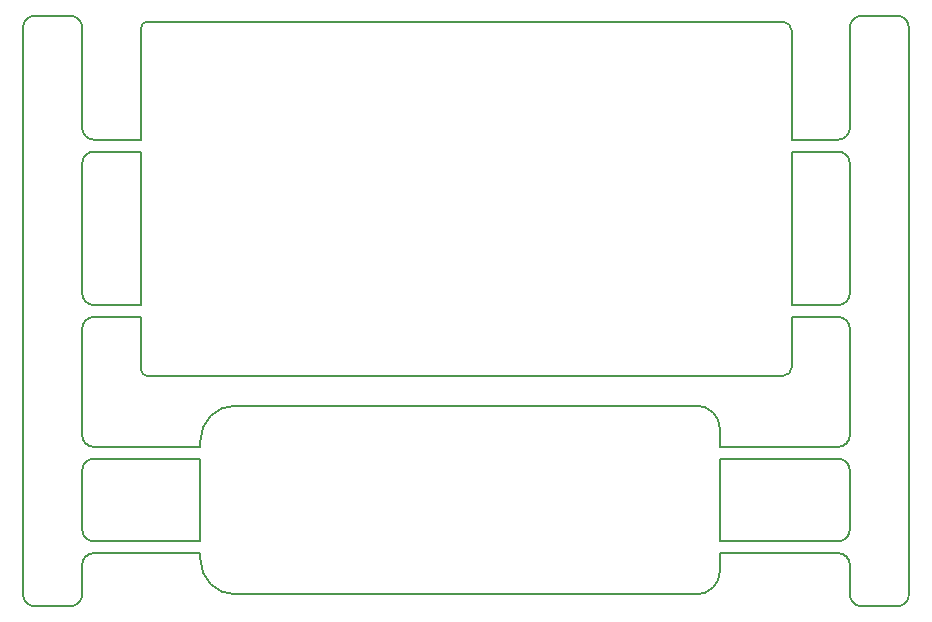
<source format=gm1>
G04 #@! TF.FileFunction,Profile,NP*
%FSLAX46Y46*%
G04 Gerber Fmt 4.6, Leading zero omitted, Abs format (unit mm)*
G04 Created by KiCad (PCBNEW 4.0.2-4+6225~38~ubuntu14.04.1-stable) date Sun 08 May 2016 17:47:19 BST*
%MOMM*%
G01*
G04 APERTURE LIST*
%ADD10C,0.100000*%
%ADD11C,0.150000*%
G04 APERTURE END LIST*
D10*
D11*
X113000000Y-99000000D02*
X152000000Y-99000000D01*
X105000000Y-60500000D02*
X105000000Y-51800000D01*
X105000000Y-74500000D02*
X105000000Y-61500000D01*
X105000000Y-75500000D02*
X105000000Y-80000000D01*
X160100000Y-60500000D02*
X160100000Y-51600000D01*
X160100000Y-61500000D02*
X160500000Y-61500000D01*
X160100000Y-61600000D02*
X160100000Y-61500000D01*
X160100000Y-74500000D02*
X160100000Y-61600000D01*
X160100000Y-75500000D02*
X160100000Y-79700000D01*
X160100000Y-74500000D02*
X160700000Y-74500000D01*
X154000000Y-86500000D02*
X154000000Y-85000000D01*
X154000000Y-94500000D02*
X154000000Y-87500000D01*
X154000000Y-95500000D02*
X154000000Y-97000000D01*
X110000000Y-86500000D02*
X110000000Y-86000000D01*
X110000000Y-94500000D02*
X110000000Y-87500000D01*
X110000000Y-95500000D02*
X110000000Y-96000000D01*
X156000000Y-86500000D02*
X164100000Y-86500000D01*
X164000000Y-87500000D02*
X155600000Y-87500000D01*
X155500000Y-87500000D02*
X156000000Y-87500000D01*
X170000000Y-51000000D02*
X170000000Y-99000000D01*
X166000000Y-50000000D02*
X169000000Y-50000000D01*
X165000000Y-59500000D02*
X165000000Y-51000000D01*
X162900000Y-60500000D02*
X164000000Y-60500000D01*
X163000000Y-61500000D02*
X164000000Y-61500000D01*
X165000000Y-62500000D02*
X165000000Y-73600000D01*
X160600000Y-74500000D02*
X164000000Y-74500000D01*
X164000000Y-75500000D02*
X160700000Y-75500000D01*
X165000000Y-85500000D02*
X165000000Y-76400000D01*
X165000000Y-93500000D02*
X165000000Y-88500000D01*
X164000000Y-94500000D02*
X155500000Y-94500000D01*
X155500000Y-95500000D02*
X164000000Y-95500000D01*
X165000000Y-99000000D02*
X165000000Y-96500000D01*
X166000000Y-100000000D02*
X169000000Y-100000000D01*
X170000000Y-51000000D02*
G75*
G03X169000000Y-50000000I-1000000J0D01*
G01*
X166000000Y-50000000D02*
G75*
G03X165000000Y-51000000I0J-1000000D01*
G01*
X164000000Y-60500000D02*
G75*
G03X165000000Y-59500000I0J1000000D01*
G01*
X165000000Y-62500000D02*
G75*
G03X164000000Y-61500000I-1000000J0D01*
G01*
X164000000Y-74500000D02*
G75*
G03X165000000Y-73500000I0J1000000D01*
G01*
X165000000Y-76500000D02*
G75*
G03X164000000Y-75500000I-1000000J0D01*
G01*
X169000000Y-100000000D02*
G75*
G03X170000000Y-99000000I0J1000000D01*
G01*
X165000000Y-99000000D02*
G75*
G03X166000000Y-100000000I1000000J0D01*
G01*
X165000000Y-96500000D02*
G75*
G03X164000000Y-95500000I-1000000J0D01*
G01*
X164000000Y-94500000D02*
G75*
G03X165000000Y-93500000I0J1000000D01*
G01*
X165000000Y-88500000D02*
G75*
G03X164000000Y-87500000I-1000000J0D01*
G01*
X164000000Y-86500000D02*
G75*
G03X165000000Y-85500000I0J1000000D01*
G01*
X100000000Y-59500000D02*
X100000000Y-51000000D01*
X105000000Y-60500000D02*
X101000000Y-60500000D01*
X101000000Y-61500000D02*
X105000000Y-61500000D01*
X100000000Y-73500000D02*
X100000000Y-62500000D01*
X105000000Y-74500000D02*
X101000000Y-74500000D01*
X101000000Y-75500000D02*
X105000000Y-75500000D01*
X100000000Y-85500000D02*
X100000000Y-76500000D01*
X110000000Y-86500000D02*
X101000000Y-86500000D01*
X101000000Y-87500000D02*
X110000000Y-87500000D01*
X100000000Y-93500000D02*
X100000000Y-88500000D01*
X110000000Y-94500000D02*
X101000000Y-94500000D01*
X101000000Y-95500000D02*
X110000000Y-95500000D01*
X100000000Y-99000000D02*
X100000000Y-96500000D01*
X96000000Y-100000000D02*
X99000000Y-100000000D01*
X95000000Y-51000000D02*
X95000000Y-99000000D01*
X96000000Y-50000000D02*
X99000000Y-50000000D01*
X101000000Y-95500000D02*
G75*
G03X100000000Y-96500000I0J-1000000D01*
G01*
X100000000Y-93500000D02*
G75*
G03X101000000Y-94500000I1000000J0D01*
G01*
X101000000Y-87500000D02*
G75*
G03X100000000Y-88500000I0J-1000000D01*
G01*
X100000000Y-85500000D02*
G75*
G03X101000000Y-86500000I1000000J0D01*
G01*
X101000000Y-75500000D02*
G75*
G03X100000000Y-76500000I0J-1000000D01*
G01*
X100000000Y-73500000D02*
G75*
G03X101000000Y-74500000I1000000J0D01*
G01*
X100000000Y-59500000D02*
G75*
G03X101000000Y-60500000I1000000J0D01*
G01*
X101000000Y-61500000D02*
G75*
G03X100000000Y-62500000I0J-1000000D01*
G01*
X100000000Y-51000000D02*
G75*
G03X99000000Y-50000000I-1000000J0D01*
G01*
X96000000Y-50000000D02*
G75*
G03X95000000Y-51000000I0J-1000000D01*
G01*
X95000000Y-99000000D02*
G75*
G03X96000000Y-100000000I1000000J0D01*
G01*
X99000000Y-100000000D02*
G75*
G03X100000000Y-99000000I0J1000000D01*
G01*
X160100000Y-75500000D02*
X160800000Y-75500000D01*
X154000000Y-94500000D02*
X155500000Y-94500000D01*
X154000000Y-95500000D02*
X155500000Y-95500000D01*
X154000000Y-87500000D02*
X155500000Y-87500000D01*
X154000000Y-86500000D02*
X156000000Y-86500000D01*
X162500000Y-61500000D02*
X163000000Y-61500000D01*
X162600000Y-60500000D02*
X163000000Y-60500000D01*
X160500000Y-61500000D02*
X162500000Y-61500000D01*
X160100000Y-60500000D02*
X162600000Y-60500000D01*
X159300001Y-80500001D02*
G75*
G03X160100000Y-79700000I-1J800000D01*
G01*
X160100000Y-51600000D02*
X160100000Y-51300000D01*
X160100001Y-51299999D02*
G75*
G03X159300000Y-50500000I-800000J-1D01*
G01*
X105500000Y-50500000D02*
X130000000Y-50500000D01*
X105000000Y-51800000D02*
X105000000Y-51000000D01*
X105499999Y-50500001D02*
G75*
G03X105000000Y-51000000I0J-499999D01*
G01*
X105500000Y-80500000D02*
X150000000Y-80500000D01*
X105000002Y-80000002D02*
G75*
G03X105500000Y-80500000I499998J0D01*
G01*
X159300000Y-50500000D02*
X155000000Y-50500000D01*
X159300000Y-80500000D02*
X155000000Y-80500000D01*
X150000000Y-50500000D02*
X130000000Y-50500000D01*
X155000000Y-50500000D02*
X150000000Y-50500000D01*
X150000000Y-80500000D02*
X155000000Y-80500000D01*
X110000000Y-96000000D02*
G75*
G03X113000000Y-99000000I3000000J0D01*
G01*
X113000000Y-83000000D02*
X114000000Y-83000000D01*
X113000000Y-83000000D02*
G75*
G03X110000000Y-86000000I0J-3000000D01*
G01*
X152000000Y-99000000D02*
G75*
G03X154000000Y-97000000I0J2000000D01*
G01*
X154000000Y-85000000D02*
G75*
G03X152000000Y-83000000I-2000000J0D01*
G01*
X152000000Y-83000000D02*
X114000000Y-83000000D01*
M02*

</source>
